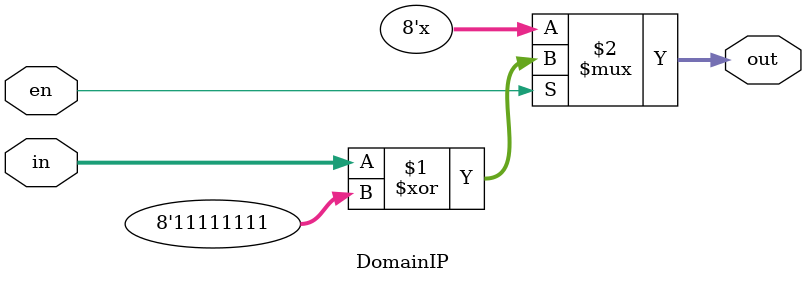
<source format=sv>
/* Name:
* Student ID: 12521589
* Purpose: A module simulating the process of querying for a DomainIP
*/
module DomainIP (
	input logic [7:0] in,
    output logic [7:0] out,
    input logic en
);

	assign out = en ? in^8'b1111_1111 : 8'bx;
endmodule
</source>
